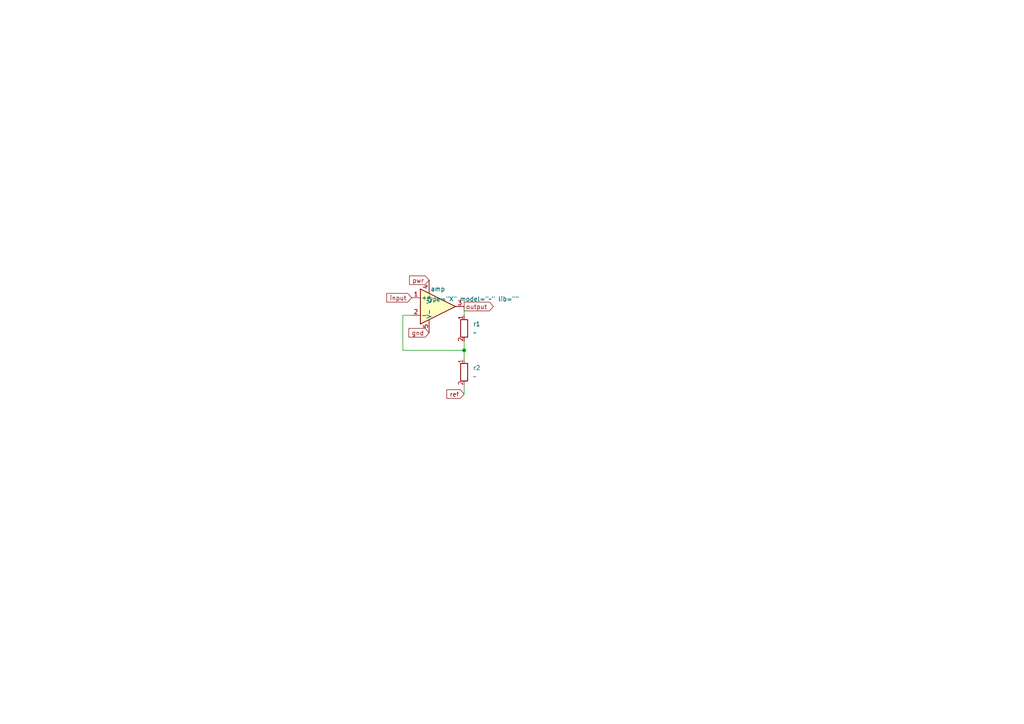
<source format=kicad_sch>
(kicad_sch (version 20211123) (generator eeschema)
  (paper "A4")
  (lib_symbols
    (symbol "Device:R" (pin_names (offset 0))
      (property "Reference" "R" (at 2.032 0 90))
      (property "Value" "R" (at 0 0 90))
      (symbol "R_0_1"
        (rectangle (start -1.016 -2.54) (end 1.016 2.54) (stroke (width 0.254)))
      )
      (symbol "R_1_1"
        (pin passive line (at 0 3.81 270) (length 1.27) (name "~") (number "1"))
        (pin passive line (at 0 -3.81 90) (length 1.27) (name "~") (number "2"))
      )
    )
    (symbol "R_1" (pin_names (offset 0))
      (property "Reference" "R" (at 2.032 0 90))
      (property "Value" "R_1" (at 0 0 90))
      (symbol "R_1_0_1"
        (rectangle (start -1.016 -2.54) (end 1.016 2.54) (stroke (width 0.254)))
      )
      (symbol "R_1_1_1"
        (pin passive line (at 0 3.81 270) (length 1.27) (name "~") (number "1"))
        (pin passive line (at 0 -3.81 90) (length 1.27) (name "~") (number "2"))
      )
    )
    (symbol "Simulation_SPICE:OPAMP" (pin_names (offset 0.254))
      (property "Reference" "U" (at 3.81 3.175 0))
      (property "Value" "OPAMP" (at 3.81 -3.175 0))
      (symbol "OPAMP_0_1"
        (polyline (pts (xy 5.08 0) (xy -5.08 5.08) (xy -5.08 -5.08) (xy 5.08 0)) (stroke (width 0.254)) (fill (type background)))
      )
      (symbol "OPAMP_1_1"
        (pin input line (at -7.62 2.54 0) (length 2.54) (name "+") (number "1"))
        (pin input line (at -7.62 -2.54 0) (length 2.54) (name "-") (number "2"))
        (pin output line (at 7.62 0 180) (length 2.54) (name "~") (number "3"))
        (pin power_in line (at -2.54 7.62 270) (length 3.81) (name "V+") (number "4"))
        (pin power_in line (at -2.54 -7.62 90) (length 3.81) (name "V-") (number "5"))
      )
    )
  )
  (junction (at 134.62 101.6))
  (wire (pts (xy 116.84 91.44) (xy 119.38 91.44)))
  (wire (pts (xy 116.84 91.44) (xy 116.84 101.6)))
  (wire (pts (xy 134.62 111.76) (xy 134.62 114.3)))
  (wire (pts (xy 134.62 99.06) (xy 134.62 101.6)))
  (wire (pts (xy 134.62 88.9) (xy 134.62 91.44)))
  (wire (pts (xy 116.84 101.6) (xy 134.62 101.6)))
  (wire (pts (xy 134.62 101.6) (xy 134.62 104.14)))
  (global_label "pwr" (shape input) (at 124.46 81.28 180) (property "Intersheet References" "${INTERSHEET_REFS}" (effects hide)))
  (global_label "ref" (shape input) (at 134.62 114.3 180) (property "Intersheet References" "${INTERSHEET_REFS}" (effects hide)))
  (global_label "input" (shape input) (at 119.38 86.36 180) (property "Intersheet References" "${INTERSHEET_REFS}" (effects hide)))
  (global_label "output" (shape output) (at 134.62 88.9 0) (property "Intersheet References" "${INTERSHEET_REFS}" (effects hide)))
  (global_label "gnd" (shape input) (at 124.46 96.52 180) (property "Intersheet References" "${INTERSHEET_REFS}" (effects hide)))
  (symbol (lib_id "Device:R") (at 134.62 107.95 0) (unit 1)
    (property "Reference" "r2" (at 137.16 106.6799 0) (effects (justify left)))
    (property "Value" "~" (at 137.16 109.2199 0) (effects (justify left)))
  )
  (symbol (lib_name "R_1") (lib_id "Device:R") (at 134.62 95.25 0) (unit 1)
    (property "Reference" "r1" (at 137.16 93.9799 0) (effects (justify left)))
    (property "Value" "~" (at 137.16 96.5199 0) (effects (justify left)))
  )
  (symbol (lib_id "Simulation_SPICE:OPAMP") (at 127 88.9 0) (unit 1)
    (property "Reference" "amp" (at 127 83.82 0))
    (property "Value" "~" (at 137.16 86.741 0))
    (property "Spice_Netlist_Enabled" "Y" (effects hide))
    (property "Spice_Primitive" "X" (effects hide))
  )
)
</source>
